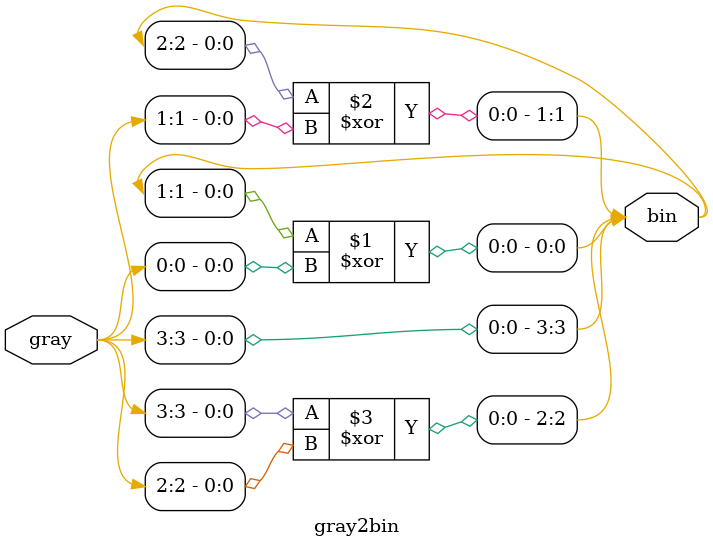
<source format=v>
module gray2bin #(parameter WIDTH = 4) (input[WIDTH-1:0] gray, output[WIDTH-1:0] bin);
    genvar i;
    generate
        assign bin[WIDTH-1] = gray[WIDTH-1];
        for(i = 0; i < (WIDTH-1); i = i + 1) begin
            assign bin[i] = bin[i+1] ^ gray[i];
        end
    endgenerate
endmodule
</source>
